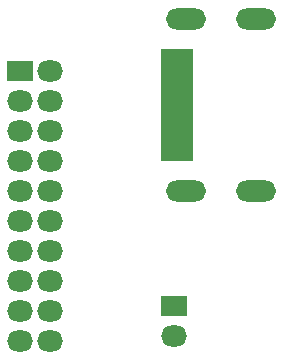
<source format=gts>
G04*
G04 #@! TF.GenerationSoftware,Altium Limited,Altium Designer,23.3.1 (30)*
G04*
G04 Layer_Color=8388736*
%FSLAX44Y44*%
%MOMM*%
G71*
G04*
G04 #@! TF.SameCoordinates,FC58110F-AFE2-48FC-888D-7BDC24F10527*
G04*
G04*
G04 #@! TF.FilePolarity,Negative*
G04*
G01*
G75*
%ADD16R,2.8032X0.4832*%
%ADD17O,3.4032X1.8032*%
%ADD18R,2.2032X1.8032*%
%ADD19O,2.2032X1.8032*%
D16*
X177400Y303000D02*
D03*
Y298000D02*
D03*
Y293000D02*
D03*
Y288000D02*
D03*
Y283000D02*
D03*
Y278000D02*
D03*
Y273000D02*
D03*
Y268000D02*
D03*
Y263000D02*
D03*
Y258000D02*
D03*
Y253000D02*
D03*
Y248000D02*
D03*
Y243000D02*
D03*
Y238000D02*
D03*
Y233000D02*
D03*
Y228000D02*
D03*
Y223000D02*
D03*
Y218000D02*
D03*
Y213000D02*
D03*
D17*
X185000Y185500D02*
D03*
Y330500D02*
D03*
X244600Y185500D02*
D03*
Y330500D02*
D03*
D18*
X175000Y87700D02*
D03*
D03*
X44600Y287000D02*
D03*
D19*
X175000Y62300D02*
D03*
D03*
X70000Y58400D02*
D03*
Y83800D02*
D03*
Y109200D02*
D03*
Y134600D02*
D03*
Y160000D02*
D03*
Y185400D02*
D03*
Y210800D02*
D03*
Y236200D02*
D03*
Y261600D02*
D03*
Y287000D02*
D03*
X44600Y58400D02*
D03*
Y83800D02*
D03*
Y109200D02*
D03*
Y134600D02*
D03*
Y160000D02*
D03*
Y185400D02*
D03*
Y210800D02*
D03*
Y236200D02*
D03*
Y261600D02*
D03*
M02*

</source>
